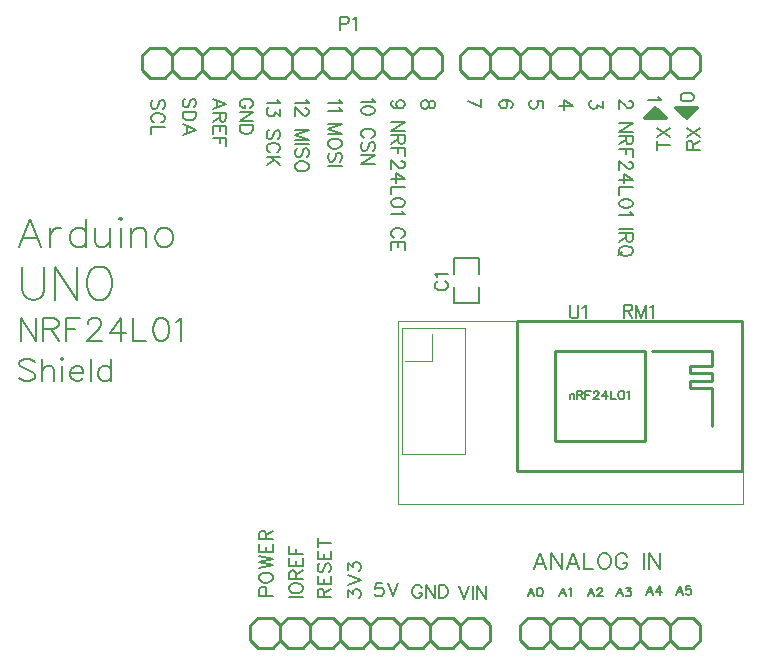
<source format=gto>
G04 Layer: TopSilkLayer*
G04 EasyEDA v6.1.34, Thu, 02 May 2019 10:16:14 GMT*
G04 2a2a60af2dac4d11b907a52f5f3e14da,88f35c52922c4fbc8d6ac25f651a04fd,10*
G04 Gerber Generator version 0.2*
G04 Scale: 100 percent, Rotated: No, Reflected: No *
G04 Dimensions in millimeters *
G04 leading zeros omitted , absolute positions ,3 integer and 3 decimal *
%FSLAX33Y33*%
%MOMM*%
G90*
G71D02*

%ADD10C,0.254000*%
%ADD17C,0.304799*%
%ADD18C,0.119990*%
%ADD19C,0.199898*%
%ADD20C,0.203200*%
%ADD21C,0.152400*%
%ADD22C,0.127000*%

%LPD*%
G54D17*
G01X60071Y46101D02*
G01X61849Y46101D01*
G01X60960Y46990D01*
G01X60071Y46101D01*
G01X64516Y46990D02*
G01X62738Y46990D01*
G01X63627Y46101D01*
G01X64516Y46990D01*
G01X60452Y46228D02*
G01X60960Y46736D01*
G01X61468Y46228D01*
G01X60706Y46228D01*
G01X61087Y46482D01*
G01X63119Y46863D02*
G01X64135Y46863D01*
G01X63627Y46355D01*
G01X63246Y46736D01*
G01X63754Y46736D01*
G01X63627Y46609D02*
G01X63627Y46482D01*
G54D10*
G01X22606Y51434D02*
G01X23241Y52069D01*
G01X24511Y52069D01*
G01X25146Y51434D01*
G01X25781Y52069D01*
G01X27051Y52069D01*
G01X27686Y51434D01*
G01X28321Y52069D01*
G01X29591Y52069D01*
G01X30226Y51434D01*
G01X30861Y52069D01*
G01X32131Y52069D01*
G01X32766Y51434D01*
G01X33401Y52069D01*
G01X34671Y52069D01*
G01X35306Y51434D01*
G01X35941Y52069D01*
G01X37211Y52069D01*
G01X37846Y51434D01*
G01X38481Y52069D01*
G01X39751Y52069D01*
G01X40386Y51434D01*
G01X41021Y52069D01*
G01X42291Y52069D01*
G01X42926Y51434D01*
G01X42926Y50164D01*
G01X42291Y49529D01*
G01X41021Y49529D01*
G01X40386Y50164D01*
G01X39751Y49529D01*
G01X38481Y49529D01*
G01X37846Y50164D01*
G01X37211Y49529D01*
G01X35941Y49529D01*
G01X35306Y50164D01*
G01X34671Y49529D01*
G01X33401Y49529D01*
G01X32766Y50164D01*
G01X32131Y49529D01*
G01X30861Y49529D01*
G01X30226Y50164D01*
G01X29591Y49529D01*
G01X28321Y49529D01*
G01X27686Y50164D01*
G01X27051Y49529D01*
G01X25781Y49529D01*
G01X25146Y50164D01*
G01X24511Y49529D01*
G01X23241Y49529D01*
G01X22606Y50164D01*
G01X21971Y49529D01*
G01X20701Y49529D01*
G01X20066Y50164D01*
G01X20066Y51434D01*
G01X20701Y52069D01*
G01X21971Y52069D01*
G01X22606Y51434D01*
G01X22606Y50164D01*
G01X25146Y50164D02*
G01X25146Y51434D01*
G01X27686Y50164D02*
G01X27686Y51434D01*
G01X32766Y50164D02*
G01X32766Y51434D01*
G01X30226Y50164D02*
G01X30226Y51434D01*
G01X35306Y50164D02*
G01X35306Y51434D01*
G01X40386Y50164D02*
G01X40386Y51434D01*
G01X37846Y50164D02*
G01X37846Y51434D01*
G01X20066Y50164D02*
G01X19431Y49529D01*
G01X18161Y49529D01*
G01X17526Y50164D01*
G01X17526Y51434D01*
G01X18161Y52069D01*
G01X19431Y52069D01*
G01X20066Y51434D01*
G01X49529Y51434D02*
G01X50164Y52069D01*
G01X51434Y52069D01*
G01X52069Y51434D01*
G01X52704Y52069D01*
G01X53974Y52069D01*
G01X54609Y51434D01*
G01X55244Y52069D01*
G01X56514Y52069D01*
G01X57149Y51434D01*
G01X57784Y52069D01*
G01X59054Y52069D01*
G01X59689Y51434D01*
G01X60324Y52069D01*
G01X61594Y52069D01*
G01X62229Y51434D01*
G01X62864Y52069D01*
G01X64134Y52069D01*
G01X64769Y51434D01*
G01X64769Y50164D01*
G01X64134Y49529D01*
G01X62864Y49529D01*
G01X62229Y50164D01*
G01X61594Y49529D01*
G01X60324Y49529D01*
G01X59689Y50164D01*
G01X59054Y49529D01*
G01X57784Y49529D01*
G01X57149Y50164D01*
G01X56514Y49529D01*
G01X55244Y49529D01*
G01X54609Y50164D01*
G01X53974Y49529D01*
G01X52704Y49529D01*
G01X52069Y50164D01*
G01X51434Y49529D01*
G01X50164Y49529D01*
G01X49529Y50164D01*
G01X48894Y49529D01*
G01X47624Y49529D01*
G01X46989Y50164D01*
G01X46989Y51434D01*
G01X47624Y52069D01*
G01X48894Y52069D01*
G01X49529Y51434D01*
G01X49529Y50164D01*
G01X54609Y50164D02*
G01X54609Y51434D01*
G01X52069Y50164D02*
G01X52069Y51434D01*
G01X57149Y50164D02*
G01X57149Y51434D01*
G01X62229Y50164D02*
G01X62229Y51434D01*
G01X59689Y50164D02*
G01X59689Y51434D01*
G01X46989Y50164D02*
G01X46354Y49529D01*
G01X45084Y49529D01*
G01X44449Y50164D01*
G01X44449Y51434D01*
G01X45084Y52069D01*
G01X46354Y52069D01*
G01X46989Y51434D01*
G01X57150Y1905D02*
G01X56515Y1270D01*
G01X55245Y1270D01*
G01X54610Y1905D01*
G01X53975Y1270D01*
G01X52705Y1270D01*
G01X52070Y1905D01*
G01X51435Y1270D01*
G01X50165Y1270D01*
G01X49530Y1905D01*
G01X49530Y3175D01*
G01X50165Y3810D01*
G01X51435Y3810D01*
G01X52070Y3175D01*
G01X52705Y3810D01*
G01X53975Y3810D01*
G01X54610Y3175D01*
G01X55245Y3810D01*
G01X56515Y3810D01*
G01X57150Y3175D01*
G01X57785Y3810D01*
G01X59055Y3810D01*
G01X59690Y3175D01*
G01X59690Y1905D01*
G01X59055Y1270D01*
G01X57785Y1270D01*
G01X57150Y1905D01*
G01X57150Y3175D01*
G01X59690Y3175D02*
G01X60325Y3810D01*
G01X61595Y3810D01*
G01X62230Y3175D01*
G01X62230Y1905D01*
G01X61595Y1270D01*
G01X60325Y1270D01*
G01X59690Y1905D01*
G01X52070Y3175D02*
G01X52070Y1905D01*
G01X54610Y3175D02*
G01X54610Y1905D01*
G01X62230Y3175D02*
G01X62865Y3810D01*
G01X64135Y3810D01*
G01X64770Y3175D01*
G01X64770Y1905D01*
G01X64135Y1270D01*
G01X62865Y1270D01*
G01X62230Y1905D01*
G01X41910Y1905D02*
G01X41275Y1270D01*
G01X40005Y1270D01*
G01X39370Y1905D01*
G01X38735Y1270D01*
G01X37465Y1270D01*
G01X36830Y1905D01*
G01X36195Y1270D01*
G01X34925Y1270D01*
G01X34290Y1905D01*
G01X33655Y1270D01*
G01X32385Y1270D01*
G01X31750Y1905D01*
G01X31115Y1270D01*
G01X29845Y1270D01*
G01X29210Y1905D01*
G01X28575Y1270D01*
G01X27305Y1270D01*
G01X26670Y1905D01*
G01X26670Y3175D01*
G01X27305Y3810D01*
G01X28575Y3810D01*
G01X29210Y3175D01*
G01X29845Y3810D01*
G01X31115Y3810D01*
G01X31750Y3175D01*
G01X32385Y3810D01*
G01X33655Y3810D01*
G01X34290Y3175D01*
G01X34925Y3810D01*
G01X36195Y3810D01*
G01X36830Y3175D01*
G01X37465Y3810D01*
G01X38735Y3810D01*
G01X39370Y3175D01*
G01X40005Y3810D01*
G01X41275Y3810D01*
G01X41910Y3175D01*
G01X42545Y3810D01*
G01X43815Y3810D01*
G01X44450Y3175D01*
G01X44450Y1905D01*
G01X43815Y1270D01*
G01X42545Y1270D01*
G01X41910Y1905D01*
G01X41910Y3175D01*
G01X36830Y3175D02*
G01X36830Y1905D01*
G01X39370Y3175D02*
G01X39370Y1905D01*
G01X34290Y3175D02*
G01X34290Y1905D01*
G01X29210Y3175D02*
G01X29210Y1905D01*
G01X31750Y3175D02*
G01X31750Y1905D01*
G01X44450Y3175D02*
G01X45085Y3810D01*
G01X46355Y3810D01*
G01X46990Y3175D01*
G01X46990Y1905D01*
G01X46355Y1270D01*
G01X45085Y1270D01*
G01X44450Y1905D01*
G54D18*
G01X39497Y28321D02*
G01X44831Y28321D01*
G01X44831Y17653D01*
G01X39497Y17653D01*
G01X39497Y28321D01*
G01X42037Y27813D02*
G01X42037Y25527D01*
G01X39751Y25527D01*
G01X39166Y28897D02*
G01X68366Y28897D01*
G01X68366Y13446D01*
G01X39166Y13446D01*
G01X39166Y28897D01*
G54D10*
G01X49276Y28956D02*
G01X49276Y16256D01*
G01X49276Y28956D02*
G01X68326Y28956D01*
G01X49276Y16256D02*
G01X68326Y16256D01*
G01X68326Y28956D01*
G01X60706Y26416D02*
G01X65786Y26416D01*
G01X65786Y25146D01*
G01X63881Y25146D01*
G01X63881Y24511D01*
G01X65786Y24511D01*
G01X65786Y23876D01*
G01X63881Y23876D01*
G01X63881Y23241D01*
G01X65786Y23241D01*
G01X65786Y20066D01*
G01X52451Y26416D02*
G01X52451Y18796D01*
G01X60071Y18796D01*
G01X60071Y26416D01*
G01X52451Y26416D01*
G54D19*
G01X45992Y32939D02*
G01X45992Y34259D01*
G01X43922Y34259D01*
G01X43922Y32939D01*
G01X45992Y31807D02*
G01X45992Y30487D01*
G01X43922Y30487D01*
G01X43922Y31807D01*
G54D20*
G01X7239Y29174D02*
G01X7239Y27236D01*
G01X7239Y29174D02*
G01X8531Y27236D01*
G01X8531Y29174D02*
G01X8531Y27236D01*
G01X9141Y29174D02*
G01X9141Y27236D01*
G01X9141Y29174D02*
G01X9972Y29174D01*
G01X10248Y29083D01*
G01X10342Y28991D01*
G01X10434Y28806D01*
G01X10434Y28620D01*
G01X10342Y28435D01*
G01X10248Y28343D01*
G01X9972Y28252D01*
G01X9141Y28252D01*
G01X9789Y28252D02*
G01X10434Y27236D01*
G01X11043Y29174D02*
G01X11043Y27236D01*
G01X11043Y29174D02*
G01X12245Y29174D01*
G01X11043Y28252D02*
G01X11783Y28252D01*
G01X12946Y28714D02*
G01X12946Y28806D01*
G01X13040Y28991D01*
G01X13131Y29083D01*
G01X13317Y29174D01*
G01X13685Y29174D01*
G01X13870Y29083D01*
G01X13962Y28991D01*
G01X14056Y28806D01*
G01X14056Y28620D01*
G01X13962Y28435D01*
G01X13779Y28158D01*
G01X12854Y27236D01*
G01X14147Y27236D01*
G01X15681Y29174D02*
G01X14757Y27881D01*
G01X16141Y27881D01*
G01X15681Y29174D02*
G01X15681Y27236D01*
G01X16751Y29174D02*
G01X16751Y27236D01*
G01X16751Y27236D02*
G01X17861Y27236D01*
G01X19024Y29174D02*
G01X18747Y29083D01*
G01X18562Y28806D01*
G01X18470Y28343D01*
G01X18470Y28067D01*
G01X18562Y27604D01*
G01X18747Y27327D01*
G01X19024Y27236D01*
G01X19210Y27236D01*
G01X19486Y27327D01*
G01X19672Y27604D01*
G01X19763Y28067D01*
G01X19763Y28343D01*
G01X19672Y28806D01*
G01X19486Y29083D01*
G01X19210Y29174D01*
G01X19024Y29174D01*
G01X20373Y28806D02*
G01X20558Y28897D01*
G01X20835Y29174D01*
G01X20835Y27236D01*
G01X8404Y25468D02*
G01X8219Y25654D01*
G01X7942Y25745D01*
G01X7574Y25745D01*
G01X7297Y25654D01*
G01X7112Y25468D01*
G01X7112Y25285D01*
G01X7203Y25100D01*
G01X7297Y25006D01*
G01X7480Y24914D01*
G01X8036Y24729D01*
G01X8219Y24638D01*
G01X8313Y24546D01*
G01X8404Y24361D01*
G01X8404Y24084D01*
G01X8219Y23898D01*
G01X7942Y23807D01*
G01X7574Y23807D01*
G01X7297Y23898D01*
G01X7112Y24084D01*
G01X9014Y25745D02*
G01X9014Y23807D01*
G01X9014Y24729D02*
G01X9291Y25006D01*
G01X9476Y25100D01*
G01X9753Y25100D01*
G01X9939Y25006D01*
G01X10030Y24729D01*
G01X10030Y23807D01*
G01X10640Y25745D02*
G01X10731Y25654D01*
G01X10825Y25745D01*
G01X10731Y25839D01*
G01X10640Y25745D01*
G01X10731Y25100D02*
G01X10731Y23807D01*
G01X11435Y24546D02*
G01X12542Y24546D01*
G01X12542Y24729D01*
G01X12451Y24914D01*
G01X12357Y25006D01*
G01X12174Y25100D01*
G01X11897Y25100D01*
G01X11711Y25006D01*
G01X11526Y24823D01*
G01X11435Y24546D01*
G01X11435Y24361D01*
G01X11526Y24084D01*
G01X11711Y23898D01*
G01X11897Y23807D01*
G01X12174Y23807D01*
G01X12357Y23898D01*
G01X12542Y24084D01*
G01X13152Y25745D02*
G01X13152Y23807D01*
G01X14871Y25745D02*
G01X14871Y23807D01*
G01X14871Y24823D02*
G01X14686Y25006D01*
G01X14500Y25100D01*
G01X14224Y25100D01*
G01X14038Y25006D01*
G01X13855Y24823D01*
G01X13761Y24546D01*
G01X13761Y24361D01*
G01X13855Y24084D01*
G01X14038Y23898D01*
G01X14224Y23807D01*
G01X14500Y23807D01*
G01X14686Y23898D01*
G01X14871Y24084D01*
G54D21*
G01X34290Y54683D02*
G01X34290Y53594D01*
G01X34290Y54683D02*
G01X34757Y54683D01*
G01X34912Y54633D01*
G01X34965Y54582D01*
G01X35016Y54478D01*
G01X35016Y54320D01*
G01X34965Y54216D01*
G01X34912Y54165D01*
G01X34757Y54112D01*
G01X34290Y54112D01*
G01X35359Y54478D02*
G01X35463Y54528D01*
G01X35620Y54683D01*
G01X35620Y53594D01*
G01X37848Y6731D02*
G01X37317Y6731D01*
G01X37264Y6253D01*
G01X37317Y6306D01*
G01X37477Y6360D01*
G01X37635Y6360D01*
G01X37795Y6306D01*
G01X37901Y6200D01*
G01X37955Y6040D01*
G01X37955Y5933D01*
G01X37901Y5775D01*
G01X37795Y5669D01*
G01X37635Y5615D01*
G01X37477Y5615D01*
G01X37317Y5669D01*
G01X37264Y5722D01*
G01X37211Y5826D01*
G01X38305Y6731D02*
G01X38729Y5615D01*
G01X39154Y6731D02*
G01X38729Y5615D01*
G01X50441Y6350D02*
G01X50165Y5621D01*
G01X50441Y6350D02*
G01X50718Y5621D01*
G01X50269Y5864D02*
G01X50614Y5864D01*
G01X51155Y6350D02*
G01X51051Y6314D01*
G01X50982Y6210D01*
G01X50947Y6037D01*
G01X50947Y5933D01*
G01X50982Y5760D01*
G01X51051Y5656D01*
G01X51155Y5621D01*
G01X51224Y5621D01*
G01X51328Y5656D01*
G01X51396Y5760D01*
G01X51432Y5933D01*
G01X51432Y6037D01*
G01X51396Y6210D01*
G01X51328Y6314D01*
G01X51224Y6350D01*
G01X51155Y6350D01*
G01X51191Y9271D02*
G01X50673Y7914D01*
G01X51191Y9271D02*
G01X51706Y7914D01*
G01X50866Y8366D02*
G01X51513Y8366D01*
G01X52133Y9271D02*
G01X52133Y7914D01*
G01X52133Y9271D02*
G01X53040Y7914D01*
G01X53040Y9271D02*
G01X53040Y7914D01*
G01X53982Y9271D02*
G01X53467Y7914D01*
G01X53982Y9271D02*
G01X54500Y7914D01*
G01X53660Y8366D02*
G01X54307Y8366D01*
G01X54927Y9271D02*
G01X54927Y7914D01*
G01X54927Y7914D02*
G01X55702Y7914D01*
G01X56517Y9271D02*
G01X56388Y9207D01*
G01X56258Y9077D01*
G01X56194Y8948D01*
G01X56128Y8755D01*
G01X56128Y8432D01*
G01X56194Y8237D01*
G01X56258Y8107D01*
G01X56388Y7978D01*
G01X56517Y7914D01*
G01X56776Y7914D01*
G01X56906Y7978D01*
G01X57035Y8107D01*
G01X57099Y8237D01*
G01X57165Y8432D01*
G01X57165Y8755D01*
G01X57099Y8948D01*
G01X57035Y9077D01*
G01X56906Y9207D01*
G01X56776Y9271D01*
G01X56517Y9271D01*
G01X58559Y8948D02*
G01X58496Y9077D01*
G01X58366Y9207D01*
G01X58237Y9271D01*
G01X57978Y9271D01*
G01X57848Y9207D01*
G01X57721Y9077D01*
G01X57655Y8948D01*
G01X57591Y8755D01*
G01X57591Y8432D01*
G01X57655Y8237D01*
G01X57721Y8107D01*
G01X57848Y7978D01*
G01X57978Y7914D01*
G01X58237Y7914D01*
G01X58366Y7978D01*
G01X58496Y8107D01*
G01X58559Y8237D01*
G01X58559Y8432D01*
G01X58237Y8432D02*
G01X58559Y8432D01*
G01X59982Y9271D02*
G01X59982Y7914D01*
G01X60408Y9271D02*
G01X60408Y7914D01*
G01X60408Y9271D02*
G01X61315Y7914D01*
G01X61315Y9271D02*
G01X61315Y7914D01*
G01X8036Y37602D02*
G01X7112Y35179D01*
G01X8036Y37602D02*
G01X8958Y35179D01*
G01X7457Y35986D02*
G01X8613Y35986D01*
G01X9720Y36794D02*
G01X9720Y35179D01*
G01X9720Y36103D02*
G01X9837Y36449D01*
G01X10068Y36680D01*
G01X10299Y36794D01*
G01X10645Y36794D01*
G01X12791Y37602D02*
G01X12791Y35179D01*
G01X12791Y36449D02*
G01X12560Y36680D01*
G01X12331Y36794D01*
G01X11983Y36794D01*
G01X11752Y36680D01*
G01X11521Y36449D01*
G01X11407Y36103D01*
G01X11407Y35872D01*
G01X11521Y35524D01*
G01X11752Y35293D01*
G01X11983Y35179D01*
G01X12331Y35179D01*
G01X12560Y35293D01*
G01X12791Y35524D01*
G01X13553Y36794D02*
G01X13553Y35641D01*
G01X13670Y35293D01*
G01X13901Y35179D01*
G01X14246Y35179D01*
G01X14478Y35293D01*
G01X14823Y35641D01*
G01X14823Y36794D02*
G01X14823Y35179D01*
G01X15585Y37602D02*
G01X15702Y37487D01*
G01X15816Y37602D01*
G01X15702Y37719D01*
G01X15585Y37602D01*
G01X15702Y36794D02*
G01X15702Y35179D01*
G01X16578Y36794D02*
G01X16578Y35179D01*
G01X16578Y36332D02*
G01X16926Y36680D01*
G01X17157Y36794D01*
G01X17503Y36794D01*
G01X17734Y36680D01*
G01X17848Y36332D01*
G01X17848Y35179D01*
G01X19189Y36794D02*
G01X18958Y36680D01*
G01X18727Y36449D01*
G01X18610Y36103D01*
G01X18610Y35872D01*
G01X18727Y35524D01*
G01X18958Y35293D01*
G01X19189Y35179D01*
G01X19535Y35179D01*
G01X19766Y35293D01*
G01X19997Y35524D01*
G01X20111Y35872D01*
G01X20111Y36103D01*
G01X19997Y36449D01*
G01X19766Y36680D01*
G01X19535Y36794D01*
G01X19189Y36794D01*
G01X24610Y47327D02*
G01X23494Y47752D01*
G01X24610Y47327D02*
G01X23494Y46901D01*
G01X23865Y47591D02*
G01X23865Y47061D01*
G01X24610Y46550D02*
G01X23494Y46550D01*
G01X24610Y46550D02*
G01X24610Y46073D01*
G01X24556Y45915D01*
G01X24503Y45862D01*
G01X24396Y45808D01*
G01X24289Y45808D01*
G01X24185Y45862D01*
G01X24132Y45915D01*
G01X24079Y46073D01*
G01X24079Y46550D01*
G01X24079Y46179D02*
G01X23494Y45808D01*
G01X24610Y45458D02*
G01X23494Y45458D01*
G01X24610Y45458D02*
G01X24610Y44767D01*
G01X24079Y45458D02*
G01X24079Y45031D01*
G01X23494Y45458D02*
G01X23494Y44767D01*
G01X24610Y44416D02*
G01X23494Y44416D01*
G01X24610Y44416D02*
G01X24610Y43726D01*
G01X24079Y44416D02*
G01X24079Y43992D01*
G01X26629Y46954D02*
G01X26735Y47007D01*
G01X26842Y47114D01*
G01X26896Y47221D01*
G01X26896Y47434D01*
G01X26842Y47538D01*
G01X26735Y47645D01*
G01X26629Y47698D01*
G01X26471Y47752D01*
G01X26205Y47752D01*
G01X26045Y47698D01*
G01X25940Y47645D01*
G01X25834Y47538D01*
G01X25780Y47434D01*
G01X25780Y47221D01*
G01X25834Y47114D01*
G01X25940Y47007D01*
G01X26045Y46954D01*
G01X26205Y46954D01*
G01X26205Y47221D02*
G01X26205Y46954D01*
G01X26896Y46603D02*
G01X25780Y46603D01*
G01X26896Y46603D02*
G01X25780Y45862D01*
G01X26896Y45862D02*
G01X25780Y45862D01*
G01X26896Y45511D02*
G01X25780Y45511D01*
G01X26896Y45511D02*
G01X26896Y45138D01*
G01X26842Y44980D01*
G01X26735Y44874D01*
G01X26629Y44820D01*
G01X26471Y44767D01*
G01X26205Y44767D01*
G01X26045Y44820D01*
G01X25940Y44874D01*
G01X25834Y44980D01*
G01X25780Y45138D01*
G01X25780Y45511D01*
G01X61084Y43804D02*
G01X62199Y43804D01*
G01X61084Y43434D02*
G01X61084Y44178D01*
G01X61084Y44528D02*
G01X62199Y45270D01*
G01X61084Y45270D02*
G01X62199Y44528D01*
G01X63624Y43434D02*
G01X64739Y43434D01*
G01X63624Y43434D02*
G01X63624Y43911D01*
G01X63677Y44071D01*
G01X63731Y44125D01*
G01X63837Y44178D01*
G01X63944Y44178D01*
G01X64048Y44125D01*
G01X64101Y44071D01*
G01X64155Y43911D01*
G01X64155Y43434D01*
G01X64155Y43804D02*
G01X64739Y44178D01*
G01X63624Y44528D02*
G01X64739Y45270D01*
G01X63624Y45270D02*
G01X64739Y44528D01*
G01X7366Y33528D02*
G01X7366Y31536D01*
G01X7498Y31138D01*
G01X7764Y30873D01*
G01X8163Y30741D01*
G01X8427Y30741D01*
G01X8826Y30873D01*
G01X9093Y31138D01*
G01X9225Y31536D01*
G01X9225Y33528D01*
G01X10101Y33528D02*
G01X10101Y30741D01*
G01X10101Y33528D02*
G01X11960Y30741D01*
G01X11960Y33528D02*
G01X11960Y30741D01*
G01X13632Y33528D02*
G01X13368Y33396D01*
G01X13101Y33129D01*
G01X12969Y32865D01*
G01X12837Y32466D01*
G01X12837Y31803D01*
G01X12969Y31404D01*
G01X13101Y31138D01*
G01X13368Y30873D01*
G01X13632Y30741D01*
G01X14163Y30741D01*
G01X14429Y30873D01*
G01X14693Y31138D01*
G01X14828Y31404D01*
G01X14960Y31803D01*
G01X14960Y32466D01*
G01X14828Y32865D01*
G01X14693Y33129D01*
G01X14429Y33396D01*
G01X14163Y33528D01*
G01X13632Y33528D01*
G01X32384Y5527D02*
G01X33500Y5527D01*
G01X32384Y5527D02*
G01X32384Y6004D01*
G01X32438Y6164D01*
G01X32491Y6217D01*
G01X32598Y6271D01*
G01X32704Y6271D01*
G01X32809Y6217D01*
G01X32862Y6164D01*
G01X32915Y6004D01*
G01X32915Y5527D01*
G01X32915Y5897D02*
G01X33500Y6271D01*
G01X32384Y6621D02*
G01X33500Y6621D01*
G01X32384Y6621D02*
G01X32384Y7312D01*
G01X32915Y6621D02*
G01X32915Y7045D01*
G01X33500Y6621D02*
G01X33500Y7312D01*
G01X32544Y8404D02*
G01X32438Y8298D01*
G01X32384Y8140D01*
G01X32384Y7927D01*
G01X32438Y7767D01*
G01X32544Y7663D01*
G01X32651Y7663D01*
G01X32755Y7713D01*
G01X32809Y7767D01*
G01X32862Y7874D01*
G01X32969Y8194D01*
G01X33022Y8298D01*
G01X33075Y8351D01*
G01X33182Y8404D01*
G01X33339Y8404D01*
G01X33446Y8298D01*
G01X33500Y8140D01*
G01X33500Y7927D01*
G01X33446Y7767D01*
G01X33339Y7663D01*
G01X32384Y8755D02*
G01X33500Y8755D01*
G01X32384Y8755D02*
G01X32384Y9446D01*
G01X32915Y8755D02*
G01X32915Y9182D01*
G01X33500Y8755D02*
G01X33500Y9446D01*
G01X32384Y10167D02*
G01X33500Y10167D01*
G01X32384Y9796D02*
G01X32384Y10541D01*
G01X34925Y5577D02*
G01X34925Y6162D01*
G01X35349Y5842D01*
G01X35349Y6002D01*
G01X35402Y6108D01*
G01X35455Y6162D01*
G01X35615Y6215D01*
G01X35722Y6215D01*
G01X35880Y6162D01*
G01X35986Y6055D01*
G01X36040Y5895D01*
G01X36040Y5737D01*
G01X35986Y5577D01*
G01X35933Y5524D01*
G01X35829Y5471D01*
G01X34925Y6565D02*
G01X36040Y6990D01*
G01X34925Y7414D02*
G01X36040Y6990D01*
G01X34925Y7871D02*
G01X34925Y8455D01*
G01X35349Y8138D01*
G01X35349Y8295D01*
G01X35402Y8402D01*
G01X35455Y8455D01*
G01X35615Y8509D01*
G01X35722Y8509D01*
G01X35880Y8455D01*
G01X35986Y8348D01*
G01X36040Y8191D01*
G01X36040Y8031D01*
G01X35986Y7871D01*
G01X35933Y7818D01*
G01X35829Y7764D01*
G01X53108Y6350D02*
G01X52832Y5621D01*
G01X53108Y6350D02*
G01X53385Y5621D01*
G01X52936Y5864D02*
G01X53281Y5864D01*
G01X53614Y6210D02*
G01X53682Y6245D01*
G01X53787Y6350D01*
G01X53787Y5621D01*
G01X55521Y6350D02*
G01X55245Y5621D01*
G01X55521Y6350D02*
G01X55798Y5621D01*
G01X55349Y5864D02*
G01X55694Y5864D01*
G01X56062Y6174D02*
G01X56062Y6210D01*
G01X56095Y6278D01*
G01X56131Y6314D01*
G01X56200Y6350D01*
G01X56339Y6350D01*
G01X56408Y6314D01*
G01X56443Y6278D01*
G01X56476Y6210D01*
G01X56476Y6141D01*
G01X56443Y6073D01*
G01X56375Y5969D01*
G01X56027Y5621D01*
G01X56512Y5621D01*
G01X57934Y6350D02*
G01X57658Y5621D01*
G01X57934Y6350D02*
G01X58211Y5621D01*
G01X57762Y5864D02*
G01X58107Y5864D01*
G01X58508Y6350D02*
G01X58889Y6350D01*
G01X58684Y6073D01*
G01X58788Y6073D01*
G01X58856Y6037D01*
G01X58889Y6002D01*
G01X58925Y5897D01*
G01X58925Y5829D01*
G01X58889Y5725D01*
G01X58821Y5656D01*
G01X58717Y5621D01*
G01X58613Y5621D01*
G01X58508Y5656D01*
G01X58475Y5692D01*
G01X58440Y5760D01*
G01X60474Y6477D02*
G01X60198Y5748D01*
G01X60474Y6477D02*
G01X60751Y5748D01*
G01X60302Y5991D02*
G01X60647Y5991D01*
G01X61328Y6477D02*
G01X60980Y5991D01*
G01X61501Y5991D01*
G01X61328Y6477D02*
G01X61328Y5748D01*
G01X63014Y6477D02*
G01X62738Y5748D01*
G01X63014Y6477D02*
G01X63291Y5748D01*
G01X62842Y5991D02*
G01X63187Y5991D01*
G01X63936Y6477D02*
G01X63588Y6477D01*
G01X63555Y6164D01*
G01X63588Y6200D01*
G01X63693Y6233D01*
G01X63797Y6233D01*
G01X63901Y6200D01*
G01X63969Y6129D01*
G01X64005Y6024D01*
G01X64005Y5956D01*
G01X63969Y5852D01*
G01X63901Y5783D01*
G01X63797Y5748D01*
G01X63693Y5748D01*
G01X63588Y5783D01*
G01X63555Y5819D01*
G01X63520Y5887D01*
G01X44323Y6477D02*
G01X44747Y5361D01*
G01X45173Y6477D02*
G01X44747Y5361D01*
G01X45524Y6477D02*
G01X45524Y5361D01*
G01X45874Y6477D02*
G01X45874Y5361D01*
G01X45874Y6477D02*
G01X46616Y5361D01*
G01X46616Y6477D02*
G01X46616Y5361D01*
G01X41183Y6337D02*
G01X41130Y6443D01*
G01X41023Y6550D01*
G01X40916Y6604D01*
G01X40703Y6604D01*
G01X40599Y6550D01*
G01X40492Y6443D01*
G01X40439Y6337D01*
G01X40386Y6179D01*
G01X40386Y5913D01*
G01X40439Y5753D01*
G01X40492Y5648D01*
G01X40599Y5542D01*
G01X40703Y5488D01*
G01X40916Y5488D01*
G01X41023Y5542D01*
G01X41130Y5648D01*
G01X41183Y5753D01*
G01X41183Y5913D01*
G01X40916Y5913D02*
G01X41183Y5913D01*
G01X41534Y6604D02*
G01X41534Y5488D01*
G01X41534Y6604D02*
G01X42275Y5488D01*
G01X42275Y6604D02*
G01X42275Y5488D01*
G01X42626Y6604D02*
G01X42626Y5488D01*
G01X42626Y6604D02*
G01X42999Y6604D01*
G01X43157Y6550D01*
G01X43263Y6443D01*
G01X43317Y6337D01*
G01X43370Y6179D01*
G01X43370Y5913D01*
G01X43317Y5753D01*
G01X43263Y5648D01*
G01X43157Y5542D01*
G01X42999Y5488D01*
G01X42626Y5488D01*
G01X28968Y47625D02*
G01X29022Y47518D01*
G01X29182Y47358D01*
G01X28067Y47358D01*
G01X29182Y46903D02*
G01X29182Y46319D01*
G01X28757Y46636D01*
G01X28757Y46476D01*
G01X28704Y46372D01*
G01X28651Y46319D01*
G01X28491Y46266D01*
G01X28384Y46266D01*
G01X28227Y46319D01*
G01X28120Y46423D01*
G01X28067Y46583D01*
G01X28067Y46743D01*
G01X28120Y46903D01*
G01X28173Y46956D01*
G01X28277Y47007D01*
G01X29022Y44353D02*
G01X29128Y44460D01*
G01X29182Y44620D01*
G01X29182Y44831D01*
G01X29128Y44991D01*
G01X29022Y45097D01*
G01X28915Y45097D01*
G01X28811Y45044D01*
G01X28757Y44991D01*
G01X28704Y44884D01*
G01X28597Y44566D01*
G01X28544Y44460D01*
G01X28491Y44406D01*
G01X28384Y44353D01*
G01X28227Y44353D01*
G01X28120Y44460D01*
G01X28067Y44620D01*
G01X28067Y44831D01*
G01X28120Y44991D01*
G01X28227Y45097D01*
G01X28915Y43205D02*
G01X29022Y43258D01*
G01X29128Y43365D01*
G01X29182Y43472D01*
G01X29182Y43685D01*
G01X29128Y43789D01*
G01X29022Y43896D01*
G01X28915Y43949D01*
G01X28757Y44002D01*
G01X28491Y44002D01*
G01X28331Y43949D01*
G01X28227Y43896D01*
G01X28120Y43789D01*
G01X28067Y43685D01*
G01X28067Y43472D01*
G01X28120Y43365D01*
G01X28227Y43258D01*
G01X28331Y43205D01*
G01X29182Y42854D02*
G01X28067Y42854D01*
G01X29182Y42113D02*
G01X28437Y42854D01*
G01X28704Y42590D02*
G01X28067Y42113D01*
G01X31381Y47625D02*
G01X31435Y47518D01*
G01X31595Y47358D01*
G01X30480Y47358D01*
G01X31328Y46956D02*
G01X31381Y46956D01*
G01X31488Y46903D01*
G01X31541Y46850D01*
G01X31595Y46743D01*
G01X31595Y46530D01*
G01X31541Y46423D01*
G01X31488Y46372D01*
G01X31381Y46319D01*
G01X31275Y46319D01*
G01X31170Y46372D01*
G01X31010Y46476D01*
G01X30480Y47007D01*
G01X30480Y46266D01*
G01X31595Y45097D02*
G01X30480Y45097D01*
G01X31595Y45097D02*
G01X30480Y44670D01*
G01X31595Y44246D02*
G01X30480Y44670D01*
G01X31595Y44246D02*
G01X30480Y44246D01*
G01X31595Y43896D02*
G01X30480Y43896D01*
G01X31435Y42801D02*
G01X31541Y42908D01*
G01X31595Y43068D01*
G01X31595Y43281D01*
G01X31541Y43439D01*
G01X31435Y43545D01*
G01X31328Y43545D01*
G01X31224Y43492D01*
G01X31170Y43439D01*
G01X31117Y43334D01*
G01X31010Y43014D01*
G01X30957Y42908D01*
G01X30904Y42854D01*
G01X30797Y42801D01*
G01X30640Y42801D01*
G01X30533Y42908D01*
G01X30480Y43068D01*
G01X30480Y43281D01*
G01X30533Y43439D01*
G01X30640Y43545D01*
G01X31595Y42133D02*
G01X31541Y42240D01*
G01X31435Y42346D01*
G01X31328Y42400D01*
G01X31170Y42451D01*
G01X30904Y42451D01*
G01X30744Y42400D01*
G01X30640Y42346D01*
G01X30533Y42240D01*
G01X30480Y42133D01*
G01X30480Y41920D01*
G01X30533Y41816D01*
G01X30640Y41709D01*
G01X30744Y41656D01*
G01X30904Y41602D01*
G01X31170Y41602D01*
G01X31328Y41656D01*
G01X31435Y41709D01*
G01X31541Y41816D01*
G01X31595Y41920D01*
G01X31595Y42133D01*
G01X34175Y47625D02*
G01X34229Y47518D01*
G01X34389Y47358D01*
G01X33274Y47358D01*
G01X34175Y47007D02*
G01X34229Y46903D01*
G01X34389Y46743D01*
G01X33274Y46743D01*
G01X34389Y45575D02*
G01X33274Y45575D01*
G01X34389Y45575D02*
G01X33274Y45151D01*
G01X34389Y44724D02*
G01X33274Y45151D01*
G01X34389Y44724D02*
G01X33274Y44724D01*
G01X34389Y44056D02*
G01X34335Y44162D01*
G01X34229Y44269D01*
G01X34122Y44320D01*
G01X33964Y44373D01*
G01X33698Y44373D01*
G01X33538Y44320D01*
G01X33434Y44269D01*
G01X33327Y44162D01*
G01X33274Y44056D01*
G01X33274Y43842D01*
G01X33327Y43736D01*
G01X33434Y43632D01*
G01X33538Y43578D01*
G01X33698Y43525D01*
G01X33964Y43525D01*
G01X34122Y43578D01*
G01X34229Y43632D01*
G01X34335Y43736D01*
G01X34389Y43842D01*
G01X34389Y44056D01*
G01X34229Y42430D02*
G01X34335Y42537D01*
G01X34389Y42697D01*
G01X34389Y42908D01*
G01X34335Y43068D01*
G01X34229Y43174D01*
G01X34122Y43174D01*
G01X34018Y43121D01*
G01X33964Y43068D01*
G01X33911Y42961D01*
G01X33804Y42644D01*
G01X33751Y42537D01*
G01X33698Y42484D01*
G01X33591Y42430D01*
G01X33434Y42430D01*
G01X33327Y42537D01*
G01X33274Y42697D01*
G01X33274Y42908D01*
G01X33327Y43068D01*
G01X33434Y43174D01*
G01X34389Y42080D02*
G01X33274Y42080D01*
G01X36969Y47752D02*
G01X37023Y47645D01*
G01X37183Y47485D01*
G01X36068Y47485D01*
G01X37183Y46817D02*
G01X37129Y46977D01*
G01X36969Y47083D01*
G01X36705Y47134D01*
G01X36545Y47134D01*
G01X36278Y47083D01*
G01X36121Y46977D01*
G01X36068Y46817D01*
G01X36068Y46710D01*
G01X36121Y46550D01*
G01X36278Y46446D01*
G01X36545Y46393D01*
G01X36705Y46393D01*
G01X36969Y46446D01*
G01X37129Y46550D01*
G01X37183Y46710D01*
G01X37183Y46817D01*
G01X36916Y44427D02*
G01X37023Y44480D01*
G01X37129Y44587D01*
G01X37183Y44693D01*
G01X37183Y44904D01*
G01X37129Y45011D01*
G01X37023Y45118D01*
G01X36916Y45171D01*
G01X36758Y45224D01*
G01X36492Y45224D01*
G01X36332Y45171D01*
G01X36228Y45118D01*
G01X36121Y45011D01*
G01X36068Y44904D01*
G01X36068Y44693D01*
G01X36121Y44587D01*
G01X36228Y44480D01*
G01X36332Y44427D01*
G01X37023Y43332D02*
G01X37129Y43439D01*
G01X37183Y43599D01*
G01X37183Y43812D01*
G01X37129Y43969D01*
G01X37023Y44076D01*
G01X36916Y44076D01*
G01X36812Y44023D01*
G01X36758Y43969D01*
G01X36705Y43863D01*
G01X36598Y43545D01*
G01X36545Y43439D01*
G01X36492Y43385D01*
G01X36385Y43332D01*
G01X36228Y43332D01*
G01X36121Y43439D01*
G01X36068Y43599D01*
G01X36068Y43812D01*
G01X36121Y43969D01*
G01X36228Y44076D01*
G01X37183Y42981D02*
G01X36068Y42981D01*
G01X37183Y42981D02*
G01X36068Y42240D01*
G01X37183Y42240D02*
G01X36068Y42240D01*
G01X39352Y46934D02*
G01X39192Y46987D01*
G01X39085Y47094D01*
G01X39032Y47254D01*
G01X39032Y47307D01*
G01X39085Y47464D01*
G01X39192Y47571D01*
G01X39352Y47625D01*
G01X39403Y47625D01*
G01X39563Y47571D01*
G01X39669Y47464D01*
G01X39723Y47307D01*
G01X39723Y47254D01*
G01X39669Y47094D01*
G01X39563Y46987D01*
G01X39352Y46934D01*
G01X39085Y46934D01*
G01X38818Y46987D01*
G01X38661Y47094D01*
G01X38608Y47254D01*
G01X38608Y47358D01*
G01X38661Y47518D01*
G01X38768Y47571D01*
G01X39723Y45765D02*
G01X38608Y45765D01*
G01X39723Y45765D02*
G01X38608Y45021D01*
G01X39723Y45021D02*
G01X38608Y45021D01*
G01X39723Y44670D02*
G01X38608Y44670D01*
G01X39723Y44670D02*
G01X39723Y44193D01*
G01X39669Y44035D01*
G01X39616Y43982D01*
G01X39509Y43929D01*
G01X39403Y43929D01*
G01X39298Y43982D01*
G01X39245Y44035D01*
G01X39192Y44193D01*
G01X39192Y44670D01*
G01X39192Y44300D02*
G01X38608Y43929D01*
G01X39723Y43578D02*
G01X38608Y43578D01*
G01X39723Y43578D02*
G01X39723Y42887D01*
G01X39192Y43578D02*
G01X39192Y43152D01*
G01X39456Y42484D02*
G01X39509Y42484D01*
G01X39616Y42430D01*
G01X39669Y42377D01*
G01X39723Y42270D01*
G01X39723Y42059D01*
G01X39669Y41953D01*
G01X39616Y41899D01*
G01X39509Y41846D01*
G01X39403Y41846D01*
G01X39298Y41899D01*
G01X39138Y42006D01*
G01X38608Y42537D01*
G01X38608Y41793D01*
G01X39723Y40911D02*
G01X38978Y41442D01*
G01X38978Y40647D01*
G01X39723Y40911D02*
G01X38608Y40911D01*
G01X39723Y40297D02*
G01X38608Y40297D01*
G01X38608Y40297D02*
G01X38608Y39659D01*
G01X39723Y38989D02*
G01X39669Y39149D01*
G01X39509Y39255D01*
G01X39245Y39309D01*
G01X39085Y39309D01*
G01X38818Y39255D01*
G01X38661Y39149D01*
G01X38608Y38989D01*
G01X38608Y38882D01*
G01X38661Y38724D01*
G01X38818Y38618D01*
G01X39085Y38564D01*
G01X39245Y38564D01*
G01X39509Y38618D01*
G01X39669Y38724D01*
G01X39723Y38882D01*
G01X39723Y38989D01*
G01X39509Y38214D02*
G01X39563Y38107D01*
G01X39723Y37947D01*
G01X38608Y37947D01*
G01X39456Y35984D02*
G01X39563Y36037D01*
G01X39669Y36141D01*
G01X39723Y36248D01*
G01X39723Y36461D01*
G01X39669Y36568D01*
G01X39563Y36675D01*
G01X39456Y36725D01*
G01X39298Y36779D01*
G01X39032Y36779D01*
G01X38872Y36725D01*
G01X38768Y36675D01*
G01X38661Y36568D01*
G01X38608Y36461D01*
G01X38608Y36248D01*
G01X38661Y36141D01*
G01X38768Y36037D01*
G01X38872Y35984D01*
G01X39723Y35633D02*
G01X38608Y35633D01*
G01X39723Y35633D02*
G01X39723Y34942D01*
G01X39192Y35633D02*
G01X39192Y35206D01*
G01X38608Y35633D02*
G01X38608Y34942D01*
G01X42263Y47358D02*
G01X42209Y47518D01*
G01X42103Y47571D01*
G01X41996Y47571D01*
G01X41892Y47518D01*
G01X41838Y47411D01*
G01X41785Y47200D01*
G01X41732Y47040D01*
G01X41625Y46934D01*
G01X41518Y46880D01*
G01X41358Y46880D01*
G01X41254Y46934D01*
G01X41201Y46987D01*
G01X41147Y47147D01*
G01X41147Y47358D01*
G01X41201Y47518D01*
G01X41254Y47571D01*
G01X41358Y47625D01*
G01X41518Y47625D01*
G01X41625Y47571D01*
G01X41732Y47464D01*
G01X41785Y47307D01*
G01X41838Y47094D01*
G01X41892Y46987D01*
G01X41996Y46934D01*
G01X42103Y46934D01*
G01X42209Y46987D01*
G01X42263Y47147D01*
G01X42263Y47358D01*
G01X46200Y47007D02*
G01X45084Y47538D01*
G01X46200Y47752D02*
G01X46200Y47007D01*
G01X48707Y46987D02*
G01X48813Y47040D01*
G01X48867Y47200D01*
G01X48867Y47307D01*
G01X48813Y47464D01*
G01X48653Y47571D01*
G01X48389Y47625D01*
G01X48122Y47625D01*
G01X47911Y47571D01*
G01X47805Y47464D01*
G01X47751Y47307D01*
G01X47751Y47254D01*
G01X47805Y47094D01*
G01X47911Y46987D01*
G01X48069Y46934D01*
G01X48122Y46934D01*
G01X48282Y46987D01*
G01X48389Y47094D01*
G01X48442Y47254D01*
G01X48442Y47307D01*
G01X48389Y47464D01*
G01X48282Y47571D01*
G01X48122Y47625D01*
G01X51407Y46987D02*
G01X51407Y47518D01*
G01X50929Y47571D01*
G01X50982Y47518D01*
G01X51036Y47358D01*
G01X51036Y47200D01*
G01X50982Y47040D01*
G01X50876Y46934D01*
G01X50716Y46880D01*
G01X50609Y46880D01*
G01X50451Y46934D01*
G01X50345Y47040D01*
G01X50291Y47200D01*
G01X50291Y47358D01*
G01X50345Y47518D01*
G01X50398Y47571D01*
G01X50502Y47625D01*
G01X53947Y47094D02*
G01X53202Y47625D01*
G01X53202Y46827D01*
G01X53947Y47094D02*
G01X52831Y47094D01*
G01X56487Y47518D02*
G01X56487Y46934D01*
G01X56062Y47254D01*
G01X56062Y47094D01*
G01X56009Y46987D01*
G01X55956Y46934D01*
G01X55796Y46880D01*
G01X55689Y46880D01*
G01X55531Y46934D01*
G01X55425Y47040D01*
G01X55371Y47200D01*
G01X55371Y47358D01*
G01X55425Y47518D01*
G01X55478Y47571D01*
G01X55582Y47625D01*
G01X58760Y47571D02*
G01X58813Y47571D01*
G01X58920Y47518D01*
G01X58973Y47464D01*
G01X59027Y47358D01*
G01X59027Y47147D01*
G01X58973Y47040D01*
G01X58920Y46987D01*
G01X58813Y46934D01*
G01X58707Y46934D01*
G01X58602Y46987D01*
G01X58442Y47094D01*
G01X57912Y47625D01*
G01X57912Y46880D01*
G01X59027Y45712D02*
G01X57912Y45712D01*
G01X59027Y45712D02*
G01X57912Y44970D01*
G01X59027Y44970D02*
G01X57912Y44970D01*
G01X59027Y44620D02*
G01X57912Y44620D01*
G01X59027Y44620D02*
G01X59027Y44140D01*
G01X58973Y43982D01*
G01X58920Y43929D01*
G01X58813Y43875D01*
G01X58707Y43875D01*
G01X58602Y43929D01*
G01X58549Y43982D01*
G01X58496Y44140D01*
G01X58496Y44620D01*
G01X58496Y44246D02*
G01X57912Y43875D01*
G01X59027Y43525D02*
G01X57912Y43525D01*
G01X59027Y43525D02*
G01X59027Y42834D01*
G01X58496Y43525D02*
G01X58496Y43101D01*
G01X58760Y42430D02*
G01X58813Y42430D01*
G01X58920Y42377D01*
G01X58973Y42324D01*
G01X59027Y42217D01*
G01X59027Y42006D01*
G01X58973Y41899D01*
G01X58920Y41846D01*
G01X58813Y41793D01*
G01X58707Y41793D01*
G01X58602Y41846D01*
G01X58442Y41953D01*
G01X57912Y42484D01*
G01X57912Y41739D01*
G01X59027Y40858D02*
G01X58282Y41389D01*
G01X58282Y40594D01*
G01X59027Y40858D02*
G01X57912Y40858D01*
G01X59027Y40243D02*
G01X57912Y40243D01*
G01X57912Y40243D02*
G01X57912Y39606D01*
G01X59027Y38935D02*
G01X58973Y39095D01*
G01X58813Y39202D01*
G01X58549Y39255D01*
G01X58389Y39255D01*
G01X58122Y39202D01*
G01X57965Y39095D01*
G01X57912Y38935D01*
G01X57912Y38828D01*
G01X57965Y38671D01*
G01X58122Y38564D01*
G01X58389Y38511D01*
G01X58549Y38511D01*
G01X58813Y38564D01*
G01X58973Y38671D01*
G01X59027Y38828D01*
G01X59027Y38935D01*
G01X58813Y38160D02*
G01X58867Y38054D01*
G01X59027Y37894D01*
G01X57912Y37894D01*
G01X59027Y36725D02*
G01X57912Y36725D01*
G01X59027Y36375D02*
G01X57912Y36375D01*
G01X59027Y36375D02*
G01X59027Y35897D01*
G01X58973Y35740D01*
G01X58920Y35687D01*
G01X58813Y35633D01*
G01X58707Y35633D01*
G01X58602Y35687D01*
G01X58549Y35740D01*
G01X58496Y35897D01*
G01X58496Y36375D01*
G01X58496Y36004D02*
G01X57912Y35633D01*
G01X59027Y34963D02*
G01X58973Y35069D01*
G01X58867Y35176D01*
G01X58760Y35229D01*
G01X58602Y35283D01*
G01X58336Y35283D01*
G01X58176Y35229D01*
G01X58072Y35176D01*
G01X57965Y35069D01*
G01X57912Y34963D01*
G01X57912Y34752D01*
G01X57965Y34645D01*
G01X58072Y34538D01*
G01X58176Y34485D01*
G01X58336Y34432D01*
G01X58602Y34432D01*
G01X58760Y34485D01*
G01X58867Y34538D01*
G01X58973Y34645D01*
G01X59027Y34752D01*
G01X59027Y34963D01*
G01X58122Y34805D02*
G01X57805Y34485D01*
G01X61226Y47879D02*
G01X61280Y47772D01*
G01X61440Y47612D01*
G01X60324Y47612D01*
G01X64234Y47942D02*
G01X64180Y48099D01*
G01X64020Y48206D01*
G01X63756Y48260D01*
G01X63596Y48260D01*
G01X63329Y48206D01*
G01X63172Y48099D01*
G01X63118Y47942D01*
G01X63118Y47835D01*
G01X63172Y47675D01*
G01X63329Y47569D01*
G01X63596Y47515D01*
G01X63756Y47515D01*
G01X64020Y47569D01*
G01X64180Y47675D01*
G01X64234Y47835D01*
G01X64234Y47942D01*
G01X29972Y5529D02*
G01X31087Y5529D01*
G01X29972Y6197D02*
G01X30025Y6093D01*
G01X30132Y5986D01*
G01X30238Y5933D01*
G01X30396Y5880D01*
G01X30662Y5880D01*
G01X30822Y5933D01*
G01X30927Y5986D01*
G01X31033Y6093D01*
G01X31087Y6197D01*
G01X31087Y6410D01*
G01X31033Y6517D01*
G01X30927Y6624D01*
G01X30822Y6677D01*
G01X30662Y6731D01*
G01X30396Y6731D01*
G01X30238Y6677D01*
G01X30132Y6624D01*
G01X30025Y6517D01*
G01X29972Y6410D01*
G01X29972Y6197D01*
G01X29972Y7081D02*
G01X31087Y7081D01*
G01X29972Y7081D02*
G01X29972Y7559D01*
G01X30025Y7716D01*
G01X30078Y7769D01*
G01X30185Y7823D01*
G01X30292Y7823D01*
G01X30396Y7769D01*
G01X30449Y7716D01*
G01X30502Y7559D01*
G01X30502Y7081D01*
G01X30502Y7452D02*
G01X31087Y7823D01*
G01X29972Y8173D02*
G01X31087Y8173D01*
G01X29972Y8173D02*
G01X29972Y8864D01*
G01X30502Y8173D02*
G01X30502Y8600D01*
G01X31087Y8173D02*
G01X31087Y8864D01*
G01X29972Y9215D02*
G01X31087Y9215D01*
G01X29972Y9215D02*
G01X29972Y9906D01*
G01X30502Y9215D02*
G01X30502Y9639D01*
G01X21910Y47007D02*
G01X22016Y47114D01*
G01X22070Y47274D01*
G01X22070Y47485D01*
G01X22016Y47645D01*
G01X21910Y47752D01*
G01X21803Y47752D01*
G01X21699Y47698D01*
G01X21645Y47645D01*
G01X21592Y47538D01*
G01X21485Y47221D01*
G01X21432Y47114D01*
G01X21379Y47061D01*
G01X21272Y47007D01*
G01X21114Y47007D01*
G01X21008Y47114D01*
G01X20954Y47274D01*
G01X20954Y47485D01*
G01X21008Y47645D01*
G01X21114Y47752D01*
G01X22070Y46657D02*
G01X20954Y46657D01*
G01X22070Y46657D02*
G01X22070Y46286D01*
G01X22016Y46126D01*
G01X21910Y46019D01*
G01X21803Y45966D01*
G01X21645Y45915D01*
G01X21379Y45915D01*
G01X21219Y45966D01*
G01X21114Y46019D01*
G01X21008Y46126D01*
G01X20954Y46286D01*
G01X20954Y46657D01*
G01X22070Y45138D02*
G01X20954Y45565D01*
G01X22070Y45138D02*
G01X20954Y44714D01*
G01X21325Y45405D02*
G01X21325Y44874D01*
G01X19243Y46880D02*
G01X19349Y46987D01*
G01X19403Y47147D01*
G01X19403Y47358D01*
G01X19349Y47518D01*
G01X19243Y47625D01*
G01X19136Y47625D01*
G01X19032Y47571D01*
G01X18978Y47518D01*
G01X18925Y47411D01*
G01X18818Y47094D01*
G01X18765Y46987D01*
G01X18712Y46934D01*
G01X18605Y46880D01*
G01X18447Y46880D01*
G01X18341Y46987D01*
G01X18287Y47147D01*
G01X18287Y47358D01*
G01X18341Y47518D01*
G01X18447Y47625D01*
G01X19136Y45735D02*
G01X19243Y45788D01*
G01X19349Y45892D01*
G01X19403Y45999D01*
G01X19403Y46212D01*
G01X19349Y46319D01*
G01X19243Y46423D01*
G01X19136Y46476D01*
G01X18978Y46530D01*
G01X18712Y46530D01*
G01X18552Y46476D01*
G01X18447Y46423D01*
G01X18341Y46319D01*
G01X18287Y46212D01*
G01X18287Y45999D01*
G01X18341Y45892D01*
G01X18447Y45788D01*
G01X18552Y45735D01*
G01X19403Y45384D02*
G01X18287Y45384D01*
G01X18287Y45384D02*
G01X18287Y44747D01*
G01X27431Y5684D02*
G01X28547Y5684D01*
G01X27431Y5684D02*
G01X27431Y6162D01*
G01X27485Y6322D01*
G01X27538Y6375D01*
G01X27645Y6428D01*
G01X27802Y6428D01*
G01X27909Y6375D01*
G01X27962Y6322D01*
G01X28016Y6162D01*
G01X28016Y5684D01*
G01X27431Y7096D02*
G01X27485Y6990D01*
G01X27591Y6885D01*
G01X27698Y6832D01*
G01X27856Y6779D01*
G01X28122Y6779D01*
G01X28282Y6832D01*
G01X28387Y6885D01*
G01X28493Y6990D01*
G01X28547Y7096D01*
G01X28547Y7310D01*
G01X28493Y7416D01*
G01X28387Y7520D01*
G01X28282Y7574D01*
G01X28122Y7627D01*
G01X27856Y7627D01*
G01X27698Y7574D01*
G01X27591Y7520D01*
G01X27485Y7416D01*
G01X27431Y7310D01*
G01X27431Y7096D01*
G01X27431Y7978D02*
G01X28547Y8244D01*
G01X27431Y8508D02*
G01X28547Y8244D01*
G01X27431Y8508D02*
G01X28547Y8775D01*
G01X27431Y9039D02*
G01X28547Y8775D01*
G01X27431Y9390D02*
G01X28547Y9390D01*
G01X27431Y9390D02*
G01X27431Y10081D01*
G01X27962Y9390D02*
G01X27962Y9817D01*
G01X28547Y9390D02*
G01X28547Y10081D01*
G01X27431Y10431D02*
G01X28547Y10431D01*
G01X27431Y10431D02*
G01X27431Y10909D01*
G01X27485Y11069D01*
G01X27538Y11122D01*
G01X27645Y11175D01*
G01X27752Y11175D01*
G01X27856Y11122D01*
G01X27909Y11069D01*
G01X27962Y10909D01*
G01X27962Y10431D01*
G01X27962Y10805D02*
G01X28547Y11175D01*
G01X53721Y30241D02*
G01X53721Y29464D01*
G01X53771Y29306D01*
G01X53875Y29202D01*
G01X54033Y29151D01*
G01X54137Y29151D01*
G01X54292Y29202D01*
G01X54396Y29306D01*
G01X54447Y29464D01*
G01X54447Y30241D01*
G01X54790Y30035D02*
G01X54894Y30086D01*
G01X55051Y30241D01*
G01X55051Y29151D01*
G01X58293Y30299D02*
G01X58293Y29210D01*
G01X58293Y30299D02*
G01X58760Y30299D01*
G01X58915Y30248D01*
G01X58968Y30198D01*
G01X59019Y30093D01*
G01X59019Y29989D01*
G01X58968Y29885D01*
G01X58915Y29832D01*
G01X58760Y29781D01*
G01X58293Y29781D01*
G01X58656Y29781D02*
G01X59019Y29210D01*
G01X59362Y30299D02*
G01X59362Y29210D01*
G01X59362Y30299D02*
G01X59778Y29210D01*
G01X60195Y30299D02*
G01X59778Y29210D01*
G01X60195Y30299D02*
G01X60195Y29210D01*
G01X60538Y30093D02*
G01X60642Y30144D01*
G01X60797Y30299D01*
G01X60797Y29210D01*
G54D22*
G01X53721Y22778D02*
G01X53721Y22293D01*
G01X53721Y22641D02*
G01X53825Y22745D01*
G01X53893Y22778D01*
G01X53997Y22778D01*
G01X54066Y22745D01*
G01X54102Y22641D01*
G01X54102Y22293D01*
G01X54330Y23022D02*
G01X54330Y22293D01*
G01X54330Y23022D02*
G01X54643Y23022D01*
G01X54747Y22987D01*
G01X54780Y22951D01*
G01X54815Y22882D01*
G01X54815Y22814D01*
G01X54780Y22745D01*
G01X54747Y22710D01*
G01X54643Y22674D01*
G01X54330Y22674D01*
G01X54571Y22674D02*
G01X54815Y22293D01*
G01X55044Y23022D02*
G01X55044Y22293D01*
G01X55044Y23022D02*
G01X55493Y23022D01*
G01X55044Y22674D02*
G01X55321Y22674D01*
G01X55758Y22847D02*
G01X55758Y22882D01*
G01X55791Y22951D01*
G01X55826Y22987D01*
G01X55895Y23022D01*
G01X56034Y23022D01*
G01X56103Y22987D01*
G01X56139Y22951D01*
G01X56172Y22882D01*
G01X56172Y22814D01*
G01X56139Y22745D01*
G01X56070Y22641D01*
G01X55722Y22293D01*
G01X56207Y22293D01*
G01X56781Y23022D02*
G01X56436Y22537D01*
G01X56956Y22537D01*
G01X56781Y23022D02*
G01X56781Y22293D01*
G01X57185Y23022D02*
G01X57185Y22293D01*
G01X57185Y22293D02*
G01X57599Y22293D01*
G01X58036Y23022D02*
G01X57932Y22987D01*
G01X57863Y22882D01*
G01X57828Y22710D01*
G01X57828Y22606D01*
G01X57863Y22433D01*
G01X57932Y22329D01*
G01X58036Y22293D01*
G01X58105Y22293D01*
G01X58209Y22329D01*
G01X58280Y22433D01*
G01X58313Y22606D01*
G01X58313Y22710D01*
G01X58280Y22882D01*
G01X58209Y22987D01*
G01X58105Y23022D01*
G01X58036Y23022D01*
G01X58541Y22882D02*
G01X58610Y22918D01*
G01X58714Y23022D01*
G01X58714Y22293D01*
G54D21*
G01X42550Y32291D02*
G01X42445Y32237D01*
G01X42341Y32133D01*
G01X42291Y32031D01*
G01X42291Y31823D01*
G01X42341Y31719D01*
G01X42445Y31615D01*
G01X42550Y31562D01*
G01X42707Y31511D01*
G01X42966Y31511D01*
G01X43121Y31562D01*
G01X43225Y31615D01*
G01X43329Y31719D01*
G01X43383Y31823D01*
G01X43383Y32031D01*
G01X43329Y32133D01*
G01X43225Y32237D01*
G01X43121Y32291D01*
G01X42499Y32633D02*
G01X42445Y32738D01*
G01X42291Y32893D01*
G01X43383Y32893D01*
M00*
M02*

</source>
